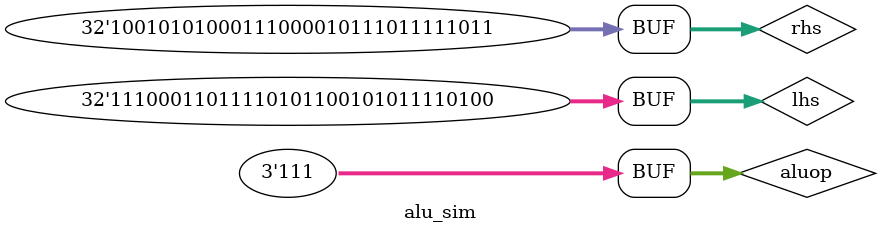
<source format=v>
`timescale 1ns / 1ps


module alu_sim();
    
    parameter width = 32;
    
    reg [2 : 0] aluop;
    reg [width-1 : 0] lhs;
    reg [width-1 : 0] rhs;
    wire [width-1 : 0] result;
    wire               zero;
    wire               sign;
    
    alu alu(aluop, lhs, rhs, result, zero, sign);
    
    initial begin
        aluop = 0;
        lhs   = 32'ha735e5c5;
        rhs   = 32'h51dad59c;
        #10
        aluop = 1;
        lhs   = 32'h67223c6e;
        rhs   = 32'h5c3551e9;
        #10
        aluop = 2;
        lhs   = 32'h2f708438;
        rhs   = 32'h3662b37b;
        #10
        aluop = 3;
        lhs   = 32'hc4eda08e;
        rhs   = 32'h3e97ba12;
        #10
        aluop = 4;
        lhs   = 32'h4db65c12;
        rhs   = 32'h06339de7;
        #10
        aluop = 5;
        lhs   = 32'ha4e72867;
        rhs   = 32'hcd960d57;
        #10
        aluop = 6;
        lhs   = 32'h32bc5a07;
        rhs   = 32'h71ff173a;
        #10
        aluop = 7;
        lhs   = 32'he37acaf4;
        rhs   = 32'h951c2efb;
    end
endmodule

</source>
